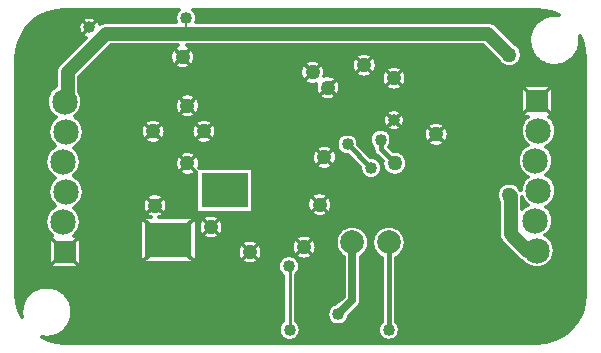
<source format=gbl>
G04 DipTrace 3.3.1.3*
G04 HypermaqI2Csensorboardv0.1.gbl*
%MOMM*%
G04 #@! TF.FileFunction,Copper,L2,Bot*
G04 #@! TF.Part,Single*
%AMOUTLINE0*
4,1,4,
0.9398,0.9398,
0.9398,-0.9398,
-0.9398,-0.9398,
-0.9398,0.9398,
0.9398,0.9398,
0*%
G04 #@! TA.AperFunction,Conductor*
%ADD16C,1.143*%
%ADD17C,0.635*%
%ADD18C,0.2032*%
G04 #@! TA.AperFunction,ViaPad*
%ADD19C,1.016*%
G04 #@! TA.AperFunction,Conductor*
%ADD20C,0.381*%
%ADD22C,0.254*%
G04 #@! TA.AperFunction,CopperBalancing*
%ADD23C,0.3*%
G04 #@! TA.AperFunction,ViaPad*
%ADD27C,1.27*%
G04 #@! TA.AperFunction,CopperBalancing*
%ADD28C,0.33*%
G04 #@! TA.AperFunction,ComponentPad*
%ADD29R,4.0X3.0*%
%ADD42C,2.159*%
%ADD44C,2.0*%
%ADD96OUTLINE0*%
%FSLAX35Y35*%
G04*
G71*
G90*
G75*
G01*
G04 Bottom*
%LPD*%
X4500000Y870000D2*
D16*
X4416000D1*
X4276000Y1010000D1*
Y1330000D1*
X4266000Y1340000D1*
Y2527663D2*
X4086017Y2707647D1*
X1530000D1*
X853647D1*
X526000Y2380000D1*
Y2130000D1*
X500000D1*
X1530000Y2840000D2*
D18*
Y2707647D1*
X2896000Y1770000D2*
D20*
X3096000Y1570000D1*
X2846000Y390000D2*
X2817097Y330000D1*
X2936000Y940000D2*
D17*
Y448903D1*
X2817097Y330000D1*
X2400617Y737283D2*
D22*
X2406000D1*
Y200000D1*
X3296000Y1610000D2*
D20*
X3176000Y1730000D1*
Y1810000D1*
X3246000Y200000D2*
Y873770D1*
D17*
Y940000D1*
D27*
X4266000Y1340000D3*
Y2527663D3*
D19*
X1530000Y2840000D3*
X2896000Y1770000D3*
X3096000Y1570000D3*
X2817097Y330000D3*
D3*
X2400617Y737283D3*
X2406000Y200000D3*
D27*
X3296000Y1610000D3*
D19*
X3176000Y1810000D3*
X3246000Y200000D3*
D27*
X2700000Y1660000D3*
X3646880Y1854687D3*
X3290000Y2330000D3*
X2070000Y860000D3*
X2528447Y899807D3*
X3037527Y2440343D3*
X2730000Y2250000D3*
D19*
X3288340Y1974173D3*
D27*
X2600000Y2380000D3*
D19*
X710000Y2760000D3*
D27*
X1500000Y2510000D3*
X1250000Y1880000D3*
X1266000Y1250750D3*
X2660000Y1260000D3*
X1740000Y1070000D3*
X1680000Y1880000D3*
X1540843Y1608270D3*
Y2096887D3*
X353010Y2880333D2*
D23*
X1443885D1*
X1616115D2*
X4647322D1*
X292307Y2850667D2*
X689197D1*
X730822D2*
X1435213D1*
X1624787D2*
X4568865D1*
X249943Y2821000D2*
X637576D1*
X782385D2*
X1436561D1*
X1623439D2*
X4516131D1*
X217189Y2791333D2*
X620057D1*
X4141447D2*
X4484549D1*
X188010Y2761667D2*
X614607D1*
X4174670D2*
X4462869D1*
X167268Y2732000D2*
X618943D1*
X4204318D2*
X4447869D1*
X147053Y2702333D2*
X634822D1*
X4233967D2*
X4438143D1*
X133225Y2672667D2*
X676014D1*
X4263674D2*
X4432869D1*
X119396Y2643000D2*
X646365D1*
X4293322D2*
X4431756D1*
X4868244D2*
X4879506D1*
X110900Y2613333D2*
X616658D1*
X4329885D2*
X4434803D1*
X4865197D2*
X4888553D1*
X102932Y2583667D2*
X587010D1*
X872326D2*
X1422029D1*
X1577971D2*
X4067361D1*
X4357951D2*
X4442127D1*
X4857873D2*
X4897576D1*
X98068Y2554000D2*
X557361D1*
X842678D2*
X1401580D1*
X1598420D2*
X4097010D1*
X4370725D2*
X4454256D1*
X4845744D2*
X4901268D1*
X95490Y2524333D2*
X527654D1*
X812971D2*
X1392908D1*
X1607092D2*
X2971365D1*
X3103693D2*
X4126658D1*
X4374064D2*
X4472127D1*
X4827873D2*
X4904139D1*
X93029Y2494667D2*
X498006D1*
X783322D2*
X1393025D1*
X1606975D2*
X2944529D1*
X3130471D2*
X4156365D1*
X4368791D2*
X4497850D1*
X4802150D2*
X4907010D1*
X93029Y2465000D2*
X468357D1*
X753674D2*
X1402049D1*
X1597951D2*
X2535193D1*
X2664826D2*
X2932342D1*
X3142717D2*
X4178631D1*
X4353381D2*
X4536814D1*
X4763186D2*
X4907010D1*
X93029Y2435333D2*
X441229D1*
X723967D2*
X1423025D1*
X1576975D2*
X2507654D1*
X2692365D2*
X2929529D1*
X3145529D2*
X4212791D1*
X4319221D2*
X4630096D1*
X4669904D2*
X4907010D1*
X93029Y2405667D2*
X427635D1*
X694318D2*
X1484314D1*
X1515675D2*
X2495057D1*
X2704904D2*
X2935330D1*
X3139729D2*
X3214061D1*
X3365959D2*
X4907010D1*
X93029Y2376000D2*
X424236D1*
X664670D2*
X2491951D1*
X2708010D2*
X2951443D1*
X3123615D2*
X3192498D1*
X3387521D2*
X4907010D1*
X93029Y2346333D2*
X424236D1*
X634963D2*
X2497459D1*
X2775041D2*
X2987537D1*
X3087521D2*
X3183182D1*
X3396838D2*
X4907010D1*
X93029Y2316667D2*
X424236D1*
X627756D2*
X2513104D1*
X2814240D2*
X3182771D1*
X3397248D2*
X4907010D1*
X93029Y2287000D2*
X424236D1*
X627756D2*
X2548025D1*
X2831350D2*
X3191092D1*
X3388928D2*
X4907010D1*
X93029Y2257333D2*
X418553D1*
X627756D2*
X2622146D1*
X2837854D2*
X3211072D1*
X3368947D2*
X4368592D1*
X4631408D2*
X4907010D1*
X93029Y2227667D2*
X383748D1*
X627756D2*
X2624314D1*
X2835686D2*
X3263045D1*
X3316975D2*
X4361443D1*
X4638557D2*
X4907010D1*
X93029Y2198000D2*
X363826D1*
X636193D2*
X1509158D1*
X1572521D2*
X2635682D1*
X2824318D2*
X4361443D1*
X4638557D2*
X4907010D1*
X93029Y2168333D2*
X352459D1*
X647561D2*
X1460760D1*
X1620920D2*
X2660818D1*
X2799182D2*
X4361443D1*
X4638557D2*
X4907010D1*
X93029Y2138667D2*
X347713D1*
X652307D2*
X1441424D1*
X1640256D2*
X4361443D1*
X4638557D2*
X4907010D1*
X93029Y2109000D2*
X348943D1*
X651076D2*
X1433455D1*
X1648225D2*
X4361443D1*
X4638557D2*
X4907010D1*
X93029Y2079333D2*
X356268D1*
X643693D2*
X1434217D1*
X1647463D2*
X4361443D1*
X4638557D2*
X4907010D1*
X93029Y2049667D2*
X370857D1*
X629162D2*
X1443943D1*
X1637736D2*
X3232049D1*
X3344631D2*
X4361443D1*
X4638557D2*
X4907010D1*
X93029Y2020000D2*
X395701D1*
X604318D2*
X1466209D1*
X1615471D2*
X3205096D1*
X3371584D2*
X4370584D1*
X4629416D2*
X4907010D1*
X93029Y1990333D2*
X413279D1*
X612111D2*
X3194373D1*
X3382307D2*
X4402576D1*
X4622854D2*
X4907010D1*
X93029Y1960667D2*
X386443D1*
X638947D2*
X1179627D1*
X1320393D2*
X1609646D1*
X1750354D2*
X3193904D1*
X3382775D2*
X4380135D1*
X4645295D2*
X4907010D1*
X93029Y1931000D2*
X370623D1*
X654768D2*
X1155076D1*
X1344885D2*
X1585096D1*
X1774904D2*
X3203631D1*
X3373049D2*
X3571600D1*
X3722150D2*
X4367068D1*
X4658303D2*
X4907010D1*
X93029Y1901333D2*
X362303D1*
X663088D2*
X1144061D1*
X1355900D2*
X1574080D1*
X1785920D2*
X3158982D1*
X3192990D2*
X3228475D1*
X3348205D2*
X3549686D1*
X3744064D2*
X4360916D1*
X4664455D2*
X4907010D1*
X93029Y1871667D2*
X360193D1*
X665197D2*
X1142244D1*
X1357775D2*
X1572205D1*
X1787795D2*
X3104197D1*
X3247834D2*
X3540135D1*
X3753615D2*
X4360857D1*
X4664572D2*
X4907010D1*
X93029Y1842000D2*
X364061D1*
X661330D2*
X1148982D1*
X1350979D2*
X1579002D1*
X1780998D2*
X2835076D1*
X2956916D2*
X3086326D1*
X3265705D2*
X3539549D1*
X3754201D2*
X4366775D1*
X4658654D2*
X4907010D1*
X93029Y1812333D2*
X374373D1*
X651018D2*
X1166561D1*
X1333400D2*
X1596580D1*
X1763420D2*
X2810877D1*
X2981115D2*
X3080643D1*
X3271389D2*
X3547693D1*
X3746057D2*
X4379549D1*
X4645822D2*
X4907010D1*
X93029Y1782667D2*
X392830D1*
X632561D2*
X1207342D1*
X1292678D2*
X1637361D1*
X1722639D2*
X2801443D1*
X2990549D2*
X3084744D1*
X3267287D2*
X3567322D1*
X3726428D2*
X4401580D1*
X4623791D2*
X4907010D1*
X93029Y1753000D2*
X412166D1*
X600744D2*
X2648045D1*
X2751955D2*
X2802205D1*
X3001799D2*
X3100271D1*
X3251701D2*
X3617303D1*
X3676447D2*
X4396424D1*
X4584064D2*
X4907010D1*
X93029Y1723333D2*
X374314D1*
X600275D2*
X2613123D1*
X2786877D2*
X2813279D1*
X3031447D2*
X3112693D1*
X3271447D2*
X4365896D1*
X4608732D2*
X4907010D1*
X93029Y1693667D2*
X353045D1*
X621545D2*
X1476580D1*
X1605100D2*
X2597420D1*
X2802580D2*
X2840936D1*
X3061096D2*
X3124412D1*
X3362619D2*
X4348084D1*
X4626545D2*
X4907010D1*
X93029Y1664000D2*
X340740D1*
X633850D2*
X1448748D1*
X1632932D2*
X2591971D1*
X2808029D2*
X2913240D1*
X3090744D2*
X3153240D1*
X3389162D2*
X4338240D1*
X4636389D2*
X4907010D1*
X93029Y1634333D2*
X335232D1*
X639357D2*
X1436033D1*
X1645646D2*
X2595076D1*
X2804924D2*
X2942889D1*
X3165334D2*
X3182889D1*
X3401232D2*
X4334783D1*
X4639846D2*
X4907010D1*
X93029Y1604667D2*
X335760D1*
X638830D2*
X1432811D1*
X1648869D2*
X2607674D1*
X2792326D2*
X2972537D1*
X3403986D2*
X4337244D1*
X4637326D2*
X4907010D1*
X93029Y1575000D2*
X342322D1*
X632268D2*
X1438143D1*
X1643537D2*
X2635213D1*
X2764787D2*
X3000721D1*
X3398127D2*
X4346033D1*
X4628537D2*
X4907010D1*
X93029Y1545333D2*
X355916D1*
X618732D2*
X1453670D1*
X2100627D2*
X3003943D1*
X3188068D2*
X3210135D1*
X3381838D2*
X4362439D1*
X4612189D2*
X4907010D1*
X93029Y1515667D2*
X379119D1*
X595471D2*
X1488123D1*
X1593557D2*
X1611422D1*
X2100627D2*
X3018240D1*
X3173713D2*
X3246639D1*
X3345334D2*
X4390330D1*
X4584299D2*
X4907010D1*
X93029Y1486000D2*
X417850D1*
X607600D2*
X1611404D1*
X2100627D2*
X3054510D1*
X3137502D2*
X4406268D1*
X4619162D2*
X4907010D1*
X93029Y1456333D2*
X389021D1*
X636369D2*
X1611404D1*
X2100627D2*
X4382303D1*
X4643068D2*
X4907010D1*
X93029Y1426667D2*
X372146D1*
X653244D2*
X1611404D1*
X2100627D2*
X4203533D1*
X4328479D2*
X4368299D1*
X4657131D2*
X4907010D1*
X93029Y1397000D2*
X363006D1*
X662385D2*
X1611404D1*
X2100627D2*
X4174705D1*
X4664045D2*
X4907010D1*
X93029Y1367333D2*
X360135D1*
X665256D2*
X1611404D1*
X2100627D2*
X4161521D1*
X4664865D2*
X4907010D1*
X93029Y1337667D2*
X363240D1*
X662150D2*
X1203885D1*
X1328068D2*
X1611404D1*
X2100627D2*
X2586170D1*
X2733791D2*
X4157947D1*
X4659709D2*
X4907010D1*
X93029Y1308000D2*
X372732D1*
X652658D2*
X1174881D1*
X1357131D2*
X1611404D1*
X2100627D2*
X2563494D1*
X2756525D2*
X4162869D1*
X4647873D2*
X4907010D1*
X93029Y1278333D2*
X390018D1*
X635373D2*
X1161580D1*
X1370432D2*
X1611404D1*
X2100627D2*
X2553533D1*
X2766486D2*
X4174236D1*
X4377756D2*
X4398182D1*
X4627189D2*
X4907010D1*
X93029Y1248667D2*
X419256D1*
X605842D2*
X1157947D1*
X1374064D2*
X1611404D1*
X2100627D2*
X2552537D1*
X2767482D2*
X4174236D1*
X4377756D2*
X4401697D1*
X4590803D2*
X4907010D1*
X93029Y1219000D2*
X377830D1*
X596818D2*
X1162811D1*
X1369201D2*
X1611404D1*
X2100627D2*
X2560213D1*
X2759748D2*
X4174236D1*
X4605803D2*
X4907010D1*
X93029Y1189333D2*
X355096D1*
X619494D2*
X1177693D1*
X1354260D2*
X1611404D1*
X2100627D2*
X2579197D1*
X2740822D2*
X4174236D1*
X4624846D2*
X4907010D1*
X93029Y1159667D2*
X341912D1*
X632678D2*
X1210564D1*
X1321447D2*
X1682186D1*
X1797814D2*
X2625721D1*
X2694299D2*
X4174236D1*
X4635510D2*
X4907010D1*
X93029Y1130000D2*
X335584D1*
X639006D2*
X1135389D1*
X1624611D2*
X1650721D1*
X1829279D2*
X4174236D1*
X4639729D2*
X4907010D1*
X93029Y1100333D2*
X335350D1*
X639240D2*
X1135389D1*
X1624611D2*
X1636410D1*
X1843635D2*
X4174236D1*
X4637971D2*
X4907010D1*
X93029Y1070667D2*
X341150D1*
X633439D2*
X1135389D1*
X1848088D2*
X2878436D1*
X2993537D2*
X3188455D1*
X3303557D2*
X4174236D1*
X4630002D2*
X4907010D1*
X93029Y1041000D2*
X353748D1*
X620842D2*
X1135389D1*
X1624611D2*
X1635966D1*
X1844045D2*
X2833729D1*
X3038244D2*
X3143748D1*
X3348264D2*
X4174236D1*
X4614709D2*
X4907010D1*
X93029Y1011333D2*
X375545D1*
X599045D2*
X1135389D1*
X1624611D2*
X1649783D1*
X1830217D2*
X2810701D1*
X3061330D2*
X3120662D1*
X3371291D2*
X4174236D1*
X4588635D2*
X4907010D1*
X93029Y981667D2*
X371971D1*
X628049D2*
X1135389D1*
X1624611D2*
X1680076D1*
X1799924D2*
X2459549D1*
X2597385D2*
X2797693D1*
X3074338D2*
X3107654D1*
X3384357D2*
X4178396D1*
X4602463D2*
X4907010D1*
X93029Y952000D2*
X361424D1*
X638596D2*
X1135389D1*
X1624611D2*
X2016170D1*
X2123830D2*
X2434236D1*
X2622697D2*
X2791893D1*
X3080080D2*
X3101945D1*
X3390100D2*
X4193104D1*
X4628068D2*
X4907010D1*
X93029Y922333D2*
X361424D1*
X638596D2*
X1135389D1*
X1624611D2*
X1982361D1*
X2157639D2*
X2422811D1*
X2634123D2*
X2792479D1*
X3079494D2*
X3102498D1*
X3389514D2*
X4220994D1*
X4643068D2*
X4907010D1*
X93029Y892667D2*
X361424D1*
X638596D2*
X1135389D1*
X1624611D2*
X1967127D1*
X2172873D2*
X2420584D1*
X2636291D2*
X2799568D1*
X3072463D2*
X3109529D1*
X3382482D2*
X4250701D1*
X4650803D2*
X4907010D1*
X93029Y863000D2*
X361424D1*
X638596D2*
X1135389D1*
X1624611D2*
X1961971D1*
X2178029D2*
X2427029D1*
X2629904D2*
X2814158D1*
X3057814D2*
X3124178D1*
X3367834D2*
X4280350D1*
X4652385D2*
X4907010D1*
X93029Y833333D2*
X361424D1*
X638596D2*
X1135389D1*
X1624611D2*
X1965311D1*
X2174689D2*
X2444021D1*
X2612854D2*
X2839881D1*
X3032150D2*
X3149900D1*
X3342111D2*
X4309998D1*
X4647990D2*
X4907010D1*
X93029Y803667D2*
X361424D1*
X638596D2*
X1135389D1*
X1624611D2*
X1978260D1*
X2161740D2*
X2333338D1*
X2467893D2*
X2483028D1*
X2573889D2*
X2859627D1*
X3012346D2*
X3182361D1*
X3309650D2*
X4339705D1*
X4637033D2*
X4907010D1*
X93029Y774000D2*
X361424D1*
X638596D2*
X1135389D1*
X1624611D2*
X2006561D1*
X2133439D2*
X2312830D1*
X2488400D2*
X2859627D1*
X3012346D2*
X3182361D1*
X3309650D2*
X4382303D1*
X4617697D2*
X4907010D1*
X93029Y744333D2*
X367518D1*
X632502D2*
X2305506D1*
X2495725D2*
X2859627D1*
X3012346D2*
X3182361D1*
X3309650D2*
X4415936D1*
X4584064D2*
X4907010D1*
X93029Y714667D2*
X2308025D1*
X2493205D2*
X2859627D1*
X3012346D2*
X3182361D1*
X3309650D2*
X4907010D1*
X93029Y685000D2*
X2321443D1*
X2479787D2*
X2859627D1*
X3012346D2*
X3182361D1*
X3309650D2*
X4907010D1*
X93029Y655333D2*
X2348689D1*
X2463322D2*
X2859627D1*
X3012346D2*
X3182361D1*
X3309650D2*
X4907010D1*
X93029Y625667D2*
X2348689D1*
X2463322D2*
X2859627D1*
X3012346D2*
X3182361D1*
X3309650D2*
X4907010D1*
X93029Y596000D2*
X2348689D1*
X2463322D2*
X2859627D1*
X3012346D2*
X3182361D1*
X3309650D2*
X4907010D1*
X93029Y566333D2*
X2348689D1*
X2463322D2*
X2859627D1*
X3012346D2*
X3182361D1*
X3309650D2*
X4907010D1*
X93029Y536667D2*
X239666D1*
X460354D2*
X2348689D1*
X2463322D2*
X2859627D1*
X3012346D2*
X3182361D1*
X3309650D2*
X4907010D1*
X93029Y507000D2*
X199646D1*
X500373D2*
X2348689D1*
X2463322D2*
X2859627D1*
X3012346D2*
X3182361D1*
X3309650D2*
X4907010D1*
X95314Y477333D2*
X173338D1*
X526623D2*
X2348689D1*
X2463322D2*
X2857693D1*
X3012346D2*
X3182361D1*
X3309650D2*
X4904314D1*
X97951Y447667D2*
X155115D1*
X544904D2*
X2348689D1*
X2463322D2*
X2824236D1*
X3012346D2*
X3182361D1*
X3309650D2*
X4901385D1*
X102463Y418000D2*
X142693D1*
X557326D2*
X2348689D1*
X2463322D2*
X2785916D1*
X3005549D2*
X3182361D1*
X3309650D2*
X4898045D1*
X110432Y388333D2*
X135135D1*
X564885D2*
X2348689D1*
X2463322D2*
X2742439D1*
X2982170D2*
X3182361D1*
X3309650D2*
X4889080D1*
X118635Y358667D2*
X131811D1*
X568166D2*
X2348689D1*
X2463322D2*
X2726268D1*
X2952521D2*
X3182361D1*
X3309650D2*
X4880057D1*
X567287Y329000D2*
X2348689D1*
X2463322D2*
X2721697D1*
X2922814D2*
X3182361D1*
X3309650D2*
X4867752D1*
X562307Y299333D2*
X2348689D1*
X2463322D2*
X2726912D1*
X2907287D2*
X3182361D1*
X3309650D2*
X4851932D1*
X552814Y269667D2*
X2342303D1*
X2469709D2*
X2744139D1*
X2890061D2*
X3182303D1*
X3309709D2*
X4835232D1*
X538107Y240000D2*
X2319686D1*
X2492268D2*
X2793182D1*
X2841018D2*
X3159686D1*
X3332268D2*
X4810916D1*
X516896Y210333D2*
X2311189D1*
X2500822D2*
X3151189D1*
X3340822D2*
X4786541D1*
X486018Y180667D2*
X2312654D1*
X2499357D2*
X3152654D1*
X3339357D2*
X4750389D1*
X435275Y151000D2*
X2324666D1*
X2487346D2*
X3164666D1*
X3327346D2*
X4708729D1*
X349436Y121333D2*
X2354549D1*
X2457463D2*
X3194549D1*
X3297463D2*
X4652830D1*
X487893Y91667D2*
X4509510D1*
X1639302Y1571600D2*
X2097600D1*
Y1188400D1*
X1614400D1*
X1614125Y1532932D1*
X1605064Y1525073D1*
X1595168Y1518298D1*
X1584563Y1512695D1*
X1573390Y1508336D1*
X1561793Y1505279D1*
X1549923Y1503563D1*
X1537934Y1503210D1*
X1525984Y1504226D1*
X1514227Y1506596D1*
X1502817Y1510290D1*
X1491902Y1515261D1*
X1481624Y1521442D1*
X1472117Y1528754D1*
X1463506Y1537102D1*
X1455901Y1546376D1*
X1449403Y1556457D1*
X1444095Y1567212D1*
X1440047Y1578502D1*
X1437312Y1590179D1*
X1435925Y1602092D1*
X1435904Y1614086D1*
X1437250Y1626003D1*
X1439945Y1637690D1*
X1443954Y1648994D1*
X1449224Y1659767D1*
X1455688Y1669870D1*
X1463260Y1679171D1*
X1471843Y1687548D1*
X1481324Y1694893D1*
X1491581Y1701110D1*
X1502479Y1706118D1*
X1513876Y1709851D1*
X1525625Y1712262D1*
X1537572Y1713319D1*
X1549561Y1713008D1*
X1561437Y1711333D1*
X1573045Y1708315D1*
X1584233Y1703995D1*
X1594857Y1698429D1*
X1604777Y1691688D1*
X1613864Y1683861D1*
X1622001Y1675049D1*
X1629080Y1665369D1*
X1635011Y1654944D1*
X1639715Y1643912D1*
X1643132Y1632415D1*
X1645217Y1620604D1*
X1645943Y1608270D1*
X1645259Y1596296D1*
X1643215Y1584478D1*
X1639326Y1571597D1*
X1141400Y1151600D2*
X1230785Y1151725D1*
X1219733Y1156382D1*
X1209283Y1162267D1*
X1199571Y1169305D1*
X1190725Y1177404D1*
X1182859Y1186457D1*
X1176075Y1196348D1*
X1170463Y1206947D1*
X1166095Y1218117D1*
X1163027Y1229712D1*
X1161301Y1241580D1*
X1160938Y1253568D1*
X1161943Y1265520D1*
X1164303Y1277279D1*
X1167988Y1288692D1*
X1172949Y1299611D1*
X1179121Y1309895D1*
X1186425Y1319407D1*
X1194765Y1328026D1*
X1204033Y1335639D1*
X1214108Y1342146D1*
X1224858Y1347463D1*
X1236145Y1351520D1*
X1247820Y1354266D1*
X1259732Y1355663D1*
X1271725Y1355694D1*
X1283644Y1354358D1*
X1295333Y1351674D1*
X1306640Y1347675D1*
X1317418Y1342413D1*
X1327526Y1335959D1*
X1336834Y1328394D1*
X1345218Y1319819D1*
X1352571Y1310344D1*
X1358797Y1300093D1*
X1363815Y1289199D1*
X1367558Y1277805D1*
X1369979Y1266058D1*
X1371046Y1254112D1*
X1370715Y1241761D1*
X1369009Y1229889D1*
X1365962Y1218290D1*
X1361613Y1207112D1*
X1356018Y1196503D1*
X1349252Y1186601D1*
X1341402Y1177534D1*
X1332569Y1169420D1*
X1322870Y1162365D1*
X1312430Y1156462D1*
X1300842Y1151600D1*
X1621600D1*
Y768400D1*
X1138400D1*
Y1151600D1*
X1141400D1*
X4364420Y2142079D2*
X4364580Y2237630D1*
X4366330Y2246440D1*
X4369930Y2254670D1*
X4375213Y2261935D1*
X4381932Y2267896D1*
X4389774Y2272277D1*
X4398373Y2274871D1*
X4406020Y2275580D1*
X4596977Y2275472D1*
X4605814Y2273861D1*
X4614099Y2270391D1*
X4621446Y2265224D1*
X4627513Y2258599D1*
X4632016Y2250827D1*
X4634746Y2242269D1*
X4635580Y2233921D1*
X4635420Y2042370D1*
X4633670Y2033560D1*
X4630070Y2025330D1*
X4624787Y2018065D1*
X4618068Y2012104D1*
X4610226Y2007723D1*
X4604542Y2005783D1*
X4609825Y1999719D1*
X4618448Y1991748D1*
X4626419Y1983125D1*
X4633688Y1973903D1*
X4640212Y1964140D1*
X4645950Y1953894D1*
X4650866Y1943230D1*
X4654931Y1932213D1*
X4658118Y1920912D1*
X4660409Y1909395D1*
X4661789Y1897734D1*
X4662250Y1886000D1*
X4661789Y1874266D1*
X4660409Y1862605D1*
X4658118Y1851088D1*
X4654931Y1839787D1*
X4650866Y1828770D1*
X4645950Y1818106D1*
X4640212Y1807860D1*
X4633688Y1798097D1*
X4626419Y1788875D1*
X4618448Y1780252D1*
X4609825Y1772281D1*
X4600603Y1765012D1*
X4590840Y1758488D1*
X4577470Y1751310D1*
X4593048Y1737748D1*
X4601019Y1729125D1*
X4608288Y1719903D1*
X4614812Y1710140D1*
X4620550Y1699894D1*
X4625466Y1689230D1*
X4629531Y1678213D1*
X4632718Y1666912D1*
X4635009Y1655395D1*
X4636389Y1643734D1*
X4636850Y1632000D1*
X4636389Y1620266D1*
X4635009Y1608605D1*
X4632718Y1597088D1*
X4629531Y1585787D1*
X4625466Y1574770D1*
X4620550Y1564106D1*
X4614812Y1553860D1*
X4608288Y1544097D1*
X4601019Y1534875D1*
X4593048Y1526252D1*
X4584425Y1518281D1*
X4577473Y1512801D1*
X4590840Y1505512D1*
X4600603Y1498988D1*
X4609825Y1491719D1*
X4618448Y1483748D1*
X4626419Y1475125D1*
X4633688Y1465903D1*
X4640212Y1456140D1*
X4645950Y1445894D1*
X4650866Y1435230D1*
X4654931Y1424213D1*
X4658118Y1412912D1*
X4660409Y1401395D1*
X4661789Y1389734D1*
X4662250Y1378000D1*
X4661789Y1366266D1*
X4660409Y1354605D1*
X4658118Y1343088D1*
X4654931Y1331787D1*
X4650866Y1320770D1*
X4645950Y1310106D1*
X4640212Y1299860D1*
X4633688Y1290097D1*
X4626419Y1280875D1*
X4618448Y1272252D1*
X4609825Y1264281D1*
X4600603Y1257012D1*
X4590840Y1250488D1*
X4577470Y1243310D1*
X4593048Y1229748D1*
X4601019Y1221125D1*
X4608288Y1211903D1*
X4614812Y1202140D1*
X4620550Y1191894D1*
X4625466Y1181230D1*
X4629531Y1170213D1*
X4632718Y1158912D1*
X4635009Y1147395D1*
X4636389Y1135734D1*
X4636850Y1124000D1*
X4636389Y1112266D1*
X4635009Y1100605D1*
X4632718Y1089088D1*
X4629531Y1077787D1*
X4625466Y1066770D1*
X4620550Y1056106D1*
X4614812Y1045860D1*
X4608288Y1036097D1*
X4601019Y1026875D1*
X4593048Y1018252D1*
X4584425Y1010281D1*
X4572190Y1000998D1*
X4587903Y990988D1*
X4597125Y983719D1*
X4605748Y975748D1*
X4613719Y967125D1*
X4620988Y957903D1*
X4627512Y948140D1*
X4633250Y937894D1*
X4638166Y927230D1*
X4642231Y916213D1*
X4645418Y904912D1*
X4647709Y893395D1*
X4649089Y881734D1*
X4649550Y870000D1*
X4649089Y858266D1*
X4647709Y846605D1*
X4645418Y835088D1*
X4642231Y823787D1*
X4638166Y812770D1*
X4633250Y802106D1*
X4627512Y791860D1*
X4620988Y782097D1*
X4613719Y772875D1*
X4605748Y764252D1*
X4597125Y756281D1*
X4587903Y749012D1*
X4578140Y742488D1*
X4567894Y736750D1*
X4557230Y731834D1*
X4546213Y727769D1*
X4534912Y724582D1*
X4523395Y722291D1*
X4511734Y720911D1*
X4500000Y720450D1*
X4488266Y720911D1*
X4476605Y722291D1*
X4465088Y724582D1*
X4453787Y727769D1*
X4442770Y731834D1*
X4432106Y736750D1*
X4421860Y742488D1*
X4412097Y749012D1*
X4402875Y756281D1*
X4394252Y764252D1*
X4383129Y776874D1*
X4371168Y782013D1*
X4357956Y790109D1*
X4346173Y800173D1*
X4200910Y945867D1*
X4191802Y958403D1*
X4184767Y972210D1*
X4179978Y986947D1*
X4177554Y1002252D1*
X4177250Y1040000D1*
Y1283691D1*
X4172355Y1292286D1*
X4166044Y1307522D1*
X4162194Y1323559D1*
X4160900Y1340000D1*
X4162194Y1356441D1*
X4166044Y1372478D1*
X4172355Y1387714D1*
X4180972Y1401776D1*
X4191683Y1414317D1*
X4204224Y1425028D1*
X4218286Y1433645D1*
X4233522Y1439956D1*
X4249559Y1443806D1*
X4266000Y1445100D1*
X4282441Y1443806D1*
X4298478Y1439956D1*
X4313714Y1433645D1*
X4327776Y1425028D1*
X4340317Y1414317D1*
X4351028Y1401776D1*
X4359645Y1387714D1*
X4363156Y1380069D1*
X4363611Y1389734D1*
X4364991Y1401395D1*
X4367282Y1412912D1*
X4370469Y1424213D1*
X4374534Y1435230D1*
X4379450Y1445894D1*
X4385188Y1456140D1*
X4391712Y1465903D1*
X4398981Y1475125D1*
X4406952Y1483748D1*
X4415575Y1491719D1*
X4422527Y1497199D1*
X4409160Y1504488D1*
X4399397Y1511012D1*
X4390175Y1518281D1*
X4381552Y1526252D1*
X4373581Y1534875D1*
X4366312Y1544097D1*
X4359788Y1553860D1*
X4354050Y1564106D1*
X4349134Y1574770D1*
X4345069Y1585787D1*
X4341882Y1597088D1*
X4339591Y1608605D1*
X4338211Y1620266D1*
X4337750Y1632000D1*
X4338211Y1643734D1*
X4339591Y1655395D1*
X4341882Y1666912D1*
X4345069Y1678213D1*
X4349134Y1689230D1*
X4354050Y1699894D1*
X4359788Y1710140D1*
X4366312Y1719903D1*
X4373581Y1729125D1*
X4381552Y1737748D1*
X4390175Y1745719D1*
X4399397Y1752988D1*
X4409160Y1759512D1*
X4422530Y1766690D1*
X4406952Y1780252D1*
X4398981Y1788875D1*
X4391712Y1798097D1*
X4385188Y1807860D1*
X4379450Y1818106D1*
X4374534Y1828770D1*
X4370469Y1839787D1*
X4367282Y1851088D1*
X4364991Y1862605D1*
X4363611Y1874266D1*
X4363150Y1886000D1*
X4363611Y1897734D1*
X4364991Y1909395D1*
X4367282Y1920912D1*
X4370469Y1932213D1*
X4374534Y1943230D1*
X4379450Y1953894D1*
X4385188Y1964140D1*
X4391712Y1973903D1*
X4398981Y1983125D1*
X4406952Y1991748D1*
X4421519Y2004404D1*
X4402370Y2004580D1*
X4393560Y2006330D1*
X4385330Y2009930D1*
X4378065Y2015213D1*
X4372104Y2021932D1*
X4367723Y2029774D1*
X4365129Y2038373D1*
X4364420Y2046020D1*
Y2141891D1*
X4422527Y1258801D2*
X4415575Y1264281D1*
X4406952Y1272252D1*
X4398981Y1280875D1*
X4391712Y1290097D1*
X4385188Y1299860D1*
X4379450Y1310106D1*
X4374745Y1320311D1*
X4374750Y1222480D1*
X4381552Y1229748D1*
X4390175Y1237719D1*
X4399397Y1244988D1*
X4409160Y1251512D1*
X4422530Y1258690D1*
X635580Y953921D2*
X635420Y762370D1*
X633670Y753560D1*
X630071Y745330D1*
X624788Y738065D1*
X618069Y732104D1*
X610227Y727724D1*
X601628Y725129D1*
X593980Y724420D1*
X402370Y724580D1*
X393560Y726330D1*
X385330Y729929D1*
X378065Y735212D1*
X372104Y741931D1*
X367724Y749773D1*
X365129Y758372D1*
X364420Y766020D1*
X364580Y957630D1*
X366329Y966440D1*
X369929Y974670D1*
X375212Y981935D1*
X381931Y987896D1*
X389773Y992276D1*
X395457Y994217D1*
X390175Y1000281D1*
X381552Y1008252D1*
X373581Y1016875D1*
X366312Y1026097D1*
X359788Y1035860D1*
X354050Y1046106D1*
X349134Y1056770D1*
X345069Y1067787D1*
X341882Y1079088D1*
X339591Y1090605D1*
X338211Y1102266D1*
X337750Y1114000D1*
X338211Y1125734D1*
X339591Y1137395D1*
X341882Y1148912D1*
X345069Y1160213D1*
X349134Y1171230D1*
X354050Y1181894D1*
X359788Y1192140D1*
X366312Y1201903D1*
X373581Y1211125D1*
X381552Y1219748D1*
X390175Y1227719D1*
X399397Y1234988D1*
X409160Y1241512D1*
X422530Y1248690D1*
X406952Y1262252D1*
X398981Y1270875D1*
X391712Y1280097D1*
X385188Y1289860D1*
X379450Y1300106D1*
X374534Y1310770D1*
X370469Y1321787D1*
X367282Y1333088D1*
X364991Y1344605D1*
X363611Y1356266D1*
X363150Y1368000D1*
X363611Y1379734D1*
X364991Y1391395D1*
X367282Y1402912D1*
X370469Y1414213D1*
X374534Y1425230D1*
X379450Y1435894D1*
X385188Y1446140D1*
X391712Y1455903D1*
X398981Y1465125D1*
X406952Y1473748D1*
X415575Y1481719D1*
X422527Y1487199D1*
X409160Y1494488D1*
X399397Y1501012D1*
X390175Y1508281D1*
X381552Y1516252D1*
X373581Y1524875D1*
X366312Y1534097D1*
X359788Y1543860D1*
X354050Y1554106D1*
X349134Y1564770D1*
X345069Y1575787D1*
X341882Y1587088D1*
X339591Y1598605D1*
X338211Y1610266D1*
X337750Y1622000D1*
X338211Y1633734D1*
X339591Y1645395D1*
X341882Y1656912D1*
X345069Y1668213D1*
X349134Y1679230D1*
X354050Y1689894D1*
X359788Y1700140D1*
X366312Y1709903D1*
X373581Y1719125D1*
X381552Y1727748D1*
X390175Y1735719D1*
X399397Y1742988D1*
X409160Y1749512D1*
X422530Y1756690D1*
X406952Y1770252D1*
X398981Y1778875D1*
X391712Y1788097D1*
X385188Y1797860D1*
X379450Y1808106D1*
X374534Y1818770D1*
X370469Y1829787D1*
X367282Y1841088D1*
X364991Y1852605D1*
X363611Y1864266D1*
X363150Y1876000D1*
X363611Y1887734D1*
X364991Y1899395D1*
X367282Y1910912D1*
X370469Y1922213D1*
X374534Y1933230D1*
X379450Y1943894D1*
X385188Y1954140D1*
X391712Y1963903D1*
X398981Y1973125D1*
X406952Y1981748D1*
X415575Y1989719D1*
X427810Y1999002D1*
X412097Y2009012D1*
X402875Y2016281D1*
X394252Y2024252D1*
X386281Y2032875D1*
X379012Y2042097D1*
X372488Y2051860D1*
X366750Y2062106D1*
X361834Y2072770D1*
X357769Y2083787D1*
X354582Y2095088D1*
X352291Y2106605D1*
X350911Y2118266D1*
X350450Y2130000D1*
X350911Y2141734D1*
X352291Y2153395D1*
X354582Y2164912D1*
X357769Y2176213D1*
X361834Y2187230D1*
X366750Y2197894D1*
X372488Y2208140D1*
X379012Y2217903D1*
X386281Y2227125D1*
X394252Y2235748D1*
X402875Y2243719D1*
X412097Y2250988D1*
X427263Y2260538D1*
X427554Y2387748D1*
X429978Y2403053D1*
X434767Y2417790D1*
X441802Y2431597D1*
X450910Y2444133D1*
X477386Y2471040D1*
X679202Y2672856D1*
X667770Y2677815D1*
X657482Y2683976D1*
X648079Y2691418D1*
X639719Y2700014D1*
X632542Y2709621D1*
X626670Y2720077D1*
X622201Y2731205D1*
X619212Y2742817D1*
X617751Y2754720D1*
X617844Y2766711D1*
X619489Y2778589D1*
X622659Y2790154D1*
X627299Y2801211D1*
X633333Y2811575D1*
X640658Y2821069D1*
X649151Y2829535D1*
X658668Y2836830D1*
X669050Y2842830D1*
X680122Y2847436D1*
X691697Y2850569D1*
X703580Y2852177D1*
X715572Y2852232D1*
X727469Y2850734D1*
X739073Y2847707D1*
X750187Y2843203D1*
X760623Y2837298D1*
X770208Y2830091D1*
X778778Y2821704D1*
X786190Y2812277D1*
X792318Y2801970D1*
X797060Y2790956D1*
X797708Y2789035D1*
X808815Y2795634D1*
X823131Y2801564D1*
X838199Y2805181D1*
X853677Y2806396D1*
X1443979Y2806397D1*
X1440153Y2818430D1*
X1437885Y2832750D1*
Y2847250D1*
X1440153Y2861570D1*
X1444634Y2875360D1*
X1451216Y2888279D1*
X1459738Y2900009D1*
X1469720Y2910011D1*
X503928Y2910000D1*
X428865Y2903431D1*
X359840Y2884937D1*
X295125Y2854751D1*
X236636Y2813786D1*
X186148Y2763285D1*
X145197Y2704786D1*
X115028Y2640063D1*
X96555Y2571086D1*
X90004Y2496076D1*
X90000Y503956D1*
X96569Y428865D1*
X115063Y359840D1*
X138491Y309623D1*
X135298Y333526D1*
X134672Y348510D1*
X135090Y363502D1*
X136551Y378427D1*
X139048Y393215D1*
X142567Y407793D1*
X147093Y422091D1*
X152603Y436039D1*
X159070Y449570D1*
X166463Y462618D1*
X174747Y475119D1*
X183881Y487014D1*
X193820Y498244D1*
X204517Y508755D1*
X215920Y518496D1*
X227973Y527420D1*
X240618Y535483D1*
X253793Y542647D1*
X267435Y548876D1*
X281478Y554140D1*
X295853Y558414D1*
X310491Y561678D1*
X325320Y563914D1*
X340269Y565113D1*
X355265Y565269D1*
X370236Y564380D1*
X385108Y562452D1*
X399810Y559493D1*
X414271Y555518D1*
X428420Y550546D1*
X442188Y544602D1*
X455509Y537713D1*
X468319Y529914D1*
X480555Y521242D1*
X492157Y511740D1*
X503070Y501453D1*
X513240Y490432D1*
X522619Y478729D1*
X531160Y466402D1*
X538823Y453510D1*
X545569Y440117D1*
X551368Y426286D1*
X556189Y412085D1*
X560010Y397583D1*
X562813Y382850D1*
X564583Y367958D1*
X565333Y350000D1*
X564811Y335012D1*
X563247Y320097D1*
X560648Y305327D1*
X557028Y290773D1*
X552404Y276507D1*
X546797Y262598D1*
X540237Y249112D1*
X532753Y236115D1*
X524383Y223671D1*
X515167Y211840D1*
X505151Y200679D1*
X494381Y190242D1*
X482911Y180580D1*
X470797Y171740D1*
X458096Y163765D1*
X444872Y156692D1*
X431187Y150558D1*
X417108Y145391D1*
X402704Y141216D1*
X388044Y138054D1*
X373200Y135920D1*
X358243Y134824D1*
X343246Y134773D1*
X328282Y135765D1*
X309237Y138669D1*
X359940Y115024D1*
X428915Y96552D1*
X503922Y90001D1*
X4495568Y90000D1*
X4579933Y98309D1*
X4656760Y121620D1*
X4727568Y159473D1*
X4789627Y210413D1*
X4840559Y272480D1*
X4878401Y343290D1*
X4901705Y420124D1*
X4910007Y504457D1*
X4910000Y2495576D1*
X4901690Y2579933D1*
X4878379Y2656759D1*
X4862097Y2687209D1*
X4864583Y2667958D1*
X4865333Y2650000D1*
X4864811Y2635012D1*
X4863247Y2620097D1*
X4860648Y2605327D1*
X4857028Y2590773D1*
X4852404Y2576507D1*
X4846797Y2562598D1*
X4840237Y2549112D1*
X4832753Y2536115D1*
X4824383Y2523671D1*
X4815167Y2511840D1*
X4805151Y2500679D1*
X4794381Y2490242D1*
X4782911Y2480580D1*
X4770797Y2471740D1*
X4758096Y2463765D1*
X4744872Y2456692D1*
X4731187Y2450558D1*
X4717108Y2445391D1*
X4702704Y2441216D1*
X4688044Y2438054D1*
X4673200Y2435920D1*
X4658243Y2434824D1*
X4643246Y2434773D1*
X4628282Y2435765D1*
X4613423Y2437796D1*
X4598742Y2440856D1*
X4584309Y2444931D1*
X4570195Y2450001D1*
X4556468Y2456041D1*
X4543195Y2463021D1*
X4530439Y2470909D1*
X4518264Y2479665D1*
X4506728Y2489247D1*
X4495886Y2499609D1*
X4485792Y2510701D1*
X4476495Y2522468D1*
X4468039Y2534854D1*
X4460466Y2547798D1*
X4453812Y2561238D1*
X4448110Y2575109D1*
X4443387Y2589343D1*
X4439666Y2603871D1*
X4436965Y2618622D1*
X4435298Y2633526D1*
X4434672Y2648510D1*
X4435090Y2663502D1*
X4436551Y2678427D1*
X4439048Y2693215D1*
X4442567Y2707793D1*
X4447093Y2722091D1*
X4452603Y2736039D1*
X4459070Y2749570D1*
X4466463Y2762618D1*
X4474747Y2775119D1*
X4483881Y2787014D1*
X4493820Y2798244D1*
X4504517Y2808755D1*
X4515920Y2818496D1*
X4527973Y2827420D1*
X4540618Y2835483D1*
X4553793Y2842647D1*
X4567435Y2848876D1*
X4581478Y2854140D1*
X4595853Y2858414D1*
X4610491Y2861678D1*
X4625320Y2863914D1*
X4640269Y2865113D1*
X4655265Y2865269D1*
X4670236Y2864380D1*
X4687463Y2861978D1*
X4656710Y2878398D1*
X4579879Y2901699D1*
X4495546Y2910000D1*
X1590363Y2909999D1*
X1600262Y2900009D1*
X1608784Y2888279D1*
X1615366Y2875360D1*
X1619847Y2861570D1*
X1622115Y2847250D1*
Y2832750D1*
X1619847Y2818430D1*
X1616024Y2806422D1*
X4086017Y2806397D1*
X4101465Y2805181D1*
X4116532Y2801564D1*
X4130848Y2795634D1*
X4144061Y2787537D1*
X4155864Y2777451D1*
X4310427Y2622891D1*
X4320915Y2617276D1*
X4334257Y2607582D1*
X4345919Y2595920D1*
X4355612Y2582578D1*
X4363100Y2567883D1*
X4368196Y2552198D1*
X4370776Y2535909D1*
Y2519417D1*
X4368196Y2503128D1*
X4363100Y2487443D1*
X4355612Y2472749D1*
X4345919Y2459406D1*
X4334257Y2447745D1*
X4320915Y2438051D1*
X4306220Y2430564D1*
X4290535Y2425467D1*
X4274246Y2422887D1*
X4257754D1*
X4241465Y2425467D1*
X4225780Y2430564D1*
X4211085Y2438051D1*
X4197743Y2447745D1*
X4186081Y2459406D1*
X4176388Y2472749D1*
X4170884Y2483140D1*
X4045153Y2608856D1*
X1535570Y2608896D1*
X1546104Y2604448D1*
X1556564Y2598580D1*
X1566288Y2591559D1*
X1575148Y2583476D1*
X1583030Y2574436D1*
X1589831Y2564557D1*
X1595461Y2553967D1*
X1599849Y2542805D1*
X1602936Y2531216D1*
X1604683Y2519350D1*
X1605057Y2507000D1*
X1604031Y2495051D1*
X1601651Y2483296D1*
X1597947Y2471889D1*
X1592967Y2460978D1*
X1586777Y2450706D1*
X1579456Y2441205D1*
X1571101Y2432601D1*
X1561820Y2425004D1*
X1551734Y2418515D1*
X1540975Y2413216D1*
X1529681Y2409178D1*
X1518001Y2406453D1*
X1506087Y2405076D1*
X1494094Y2405066D1*
X1482177Y2406422D1*
X1470493Y2409127D1*
X1459193Y2413146D1*
X1448424Y2418425D1*
X1438327Y2424898D1*
X1429032Y2432478D1*
X1420663Y2441068D1*
X1413326Y2450556D1*
X1407118Y2460818D1*
X1402119Y2471720D1*
X1398395Y2483121D1*
X1395995Y2494871D1*
X1394948Y2506819D1*
X1395270Y2518808D1*
X1396955Y2530683D1*
X1399982Y2542288D1*
X1404312Y2553473D1*
X1409888Y2564091D1*
X1416637Y2574005D1*
X1424472Y2583086D1*
X1433291Y2591215D1*
X1442978Y2598286D1*
X1453407Y2604208D1*
X1464433Y2608899D1*
X894551Y2608896D1*
X624790Y2339136D1*
X624750Y2212480D1*
X633250Y2197894D1*
X638166Y2187230D1*
X642231Y2176213D1*
X645418Y2164912D1*
X647709Y2153395D1*
X649089Y2141734D1*
X649550Y2130000D1*
X649089Y2118266D1*
X647709Y2106605D1*
X645418Y2095088D1*
X642231Y2083787D1*
X638166Y2072770D1*
X633250Y2062106D1*
X627512Y2051860D1*
X620988Y2042097D1*
X613719Y2032875D1*
X605748Y2024252D1*
X597125Y2016281D1*
X584890Y2006998D1*
X600603Y1996988D1*
X609825Y1989719D1*
X618448Y1981748D1*
X626419Y1973125D1*
X633688Y1963903D1*
X640212Y1954140D1*
X645950Y1943894D1*
X650866Y1933230D1*
X654931Y1922213D1*
X658118Y1910912D1*
X660409Y1899395D1*
X661789Y1887734D1*
X662250Y1876000D1*
X661789Y1864266D1*
X660409Y1852605D1*
X658118Y1841088D1*
X654931Y1829787D1*
X650866Y1818770D1*
X645950Y1808106D1*
X640212Y1797860D1*
X633688Y1788097D1*
X626419Y1778875D1*
X618448Y1770252D1*
X609825Y1762281D1*
X600603Y1755012D1*
X590840Y1748488D1*
X577470Y1741310D1*
X593048Y1727748D1*
X601019Y1719125D1*
X608288Y1709903D1*
X614812Y1700140D1*
X620550Y1689894D1*
X625466Y1679230D1*
X629531Y1668213D1*
X632718Y1656912D1*
X635009Y1645395D1*
X636389Y1633734D1*
X636850Y1622000D1*
X636389Y1610266D1*
X635009Y1598605D1*
X632718Y1587088D1*
X629531Y1575787D1*
X625466Y1564770D1*
X620550Y1554106D1*
X614812Y1543860D1*
X608288Y1534097D1*
X601019Y1524875D1*
X593048Y1516252D1*
X584425Y1508281D1*
X577473Y1502801D1*
X590840Y1495512D1*
X600603Y1488988D1*
X609825Y1481719D1*
X618448Y1473748D1*
X626419Y1465125D1*
X633688Y1455903D1*
X640212Y1446140D1*
X645950Y1435894D1*
X650866Y1425230D1*
X654931Y1414213D1*
X658118Y1402912D1*
X660409Y1391395D1*
X661789Y1379734D1*
X662250Y1368000D1*
X661789Y1356266D1*
X660409Y1344605D1*
X658118Y1333088D1*
X654931Y1321787D1*
X650866Y1310770D1*
X645950Y1300106D1*
X640212Y1289860D1*
X633688Y1280097D1*
X626419Y1270875D1*
X618448Y1262252D1*
X609825Y1254281D1*
X600603Y1247012D1*
X590840Y1240488D1*
X577470Y1233310D1*
X593048Y1219748D1*
X601019Y1211125D1*
X608288Y1201903D1*
X614812Y1192140D1*
X620550Y1181894D1*
X625466Y1171230D1*
X629531Y1160213D1*
X632718Y1148912D1*
X635009Y1137395D1*
X636389Y1125734D1*
X636850Y1114000D1*
X636389Y1102266D1*
X635009Y1090605D1*
X632718Y1079088D1*
X629531Y1067787D1*
X625466Y1056770D1*
X620550Y1046106D1*
X614812Y1035860D1*
X608288Y1026097D1*
X601019Y1016875D1*
X593048Y1008252D1*
X578481Y995596D1*
X596977Y995472D1*
X605814Y993862D1*
X614099Y990392D1*
X621447Y985224D1*
X627513Y978600D1*
X632016Y970827D1*
X634746Y962270D1*
X635514Y956313D1*
X3077163Y928890D2*
X3075857Y917849D1*
X3073688Y906944D1*
X3070670Y896243D1*
X3066821Y885812D1*
X3062167Y875715D1*
X3056734Y866014D1*
X3050557Y856770D1*
X3043673Y848038D1*
X3036126Y839874D1*
X3027962Y832327D1*
X3019230Y825443D1*
X3009342Y818905D1*
X3009124Y443148D1*
X3007324Y431780D1*
X3003767Y420833D1*
X2998541Y410578D1*
X2991776Y401266D1*
X2956047Y365217D1*
X2908690Y317860D1*
X2906944Y308430D1*
X2902463Y294640D1*
X2895881Y281721D1*
X2887358Y269991D1*
X2877106Y259738D1*
X2865376Y251216D1*
X2852457Y244634D1*
X2838667Y240153D1*
X2824346Y237885D1*
X2809847D1*
X2795526Y240153D1*
X2781737Y244634D1*
X2768818Y251216D1*
X2757088Y259738D1*
X2746835Y269991D1*
X2738313Y281721D1*
X2731730Y294640D1*
X2727250Y308430D1*
X2724982Y322750D1*
Y337250D1*
X2727250Y351570D1*
X2731730Y365360D1*
X2738313Y378279D1*
X2746835Y390009D1*
X2757088Y400262D1*
X2768818Y408784D1*
X2781737Y415366D1*
X2792771Y419070D1*
X2799013Y428350D1*
X2805591Y435228D1*
X2813164Y440993D1*
X2821545Y445502D1*
X2830529Y448644D1*
X2832436Y449068D1*
X2862637Y479273D1*
X2862650Y818923D1*
X2852770Y825443D1*
X2844038Y832327D1*
X2835874Y839874D1*
X2828327Y848038D1*
X2821443Y856770D1*
X2815266Y866014D1*
X2809833Y875715D1*
X2805179Y885812D1*
X2801330Y896243D1*
X2798312Y906944D1*
X2796143Y917849D1*
X2794837Y928890D1*
X2794400Y940000D1*
X2794837Y951110D1*
X2796143Y962151D1*
X2798312Y973056D1*
X2801330Y983757D1*
X2805179Y994188D1*
X2809833Y1004285D1*
X2815266Y1013986D1*
X2821443Y1023230D1*
X2828327Y1031962D1*
X2835874Y1040126D1*
X2844038Y1047673D1*
X2852770Y1054557D1*
X2862014Y1060734D1*
X2871715Y1066167D1*
X2881812Y1070821D1*
X2892243Y1074670D1*
X2902944Y1077688D1*
X2913849Y1079857D1*
X2924890Y1081163D1*
X2936000Y1081600D1*
X2947110Y1081163D1*
X2958151Y1079857D1*
X2969056Y1077688D1*
X2979757Y1074670D1*
X2990188Y1070821D1*
X3000285Y1066167D1*
X3009986Y1060734D1*
X3019230Y1054557D1*
X3027962Y1047673D1*
X3036126Y1040126D1*
X3043673Y1031962D1*
X3050557Y1023230D1*
X3056734Y1013986D1*
X3062167Y1004285D1*
X3066821Y994188D1*
X3070670Y983757D1*
X3073688Y973056D1*
X3075857Y962151D1*
X3077163Y951110D1*
X3077600Y940000D1*
X3077163Y928890D1*
X3387163D2*
X3385857Y917849D1*
X3383688Y906944D1*
X3380670Y896243D1*
X3376821Y885812D1*
X3372167Y875715D1*
X3366734Y866014D1*
X3360557Y856770D1*
X3353673Y848038D1*
X3346126Y839874D1*
X3337962Y832327D1*
X3329230Y825443D1*
X3319986Y819266D1*
X3306617Y812142D1*
X3306650Y269727D1*
X3316262Y260009D1*
X3324784Y248279D1*
X3331366Y235360D1*
X3335847Y221570D1*
X3338115Y207250D1*
Y192750D1*
X3335847Y178430D1*
X3331366Y164640D1*
X3324784Y151721D1*
X3316262Y139991D1*
X3306009Y129738D1*
X3294279Y121216D1*
X3281360Y114634D1*
X3267570Y110153D1*
X3253250Y107885D1*
X3238750D1*
X3224430Y110153D1*
X3210640Y114634D1*
X3197721Y121216D1*
X3185991Y129738D1*
X3175738Y139991D1*
X3167216Y151721D1*
X3160634Y164640D1*
X3156153Y178430D1*
X3153885Y192750D1*
Y207250D1*
X3156153Y221570D1*
X3160634Y235360D1*
X3167216Y248279D1*
X3175738Y260009D1*
X3185346Y269665D1*
X3185350Y812012D1*
X3172014Y819266D1*
X3162770Y825443D1*
X3154038Y832327D1*
X3145874Y839874D1*
X3138327Y848038D1*
X3131443Y856770D1*
X3125266Y866014D1*
X3119833Y875715D1*
X3115179Y885812D1*
X3111330Y896243D1*
X3108312Y906944D1*
X3106143Y917849D1*
X3104837Y928890D1*
X3104400Y940000D1*
X3104837Y951110D1*
X3106143Y962151D1*
X3108312Y973056D1*
X3111330Y983757D1*
X3115179Y994188D1*
X3119833Y1004285D1*
X3125266Y1013986D1*
X3131443Y1023230D1*
X3138327Y1031962D1*
X3145874Y1040126D1*
X3154038Y1047673D1*
X3162770Y1054557D1*
X3172014Y1060734D1*
X3181715Y1066167D1*
X3191812Y1070821D1*
X3202243Y1074670D1*
X3212944Y1077688D1*
X3223849Y1079857D1*
X3234890Y1081163D1*
X3246000Y1081600D1*
X3257110Y1081163D1*
X3268151Y1079857D1*
X3279056Y1077688D1*
X3289757Y1074670D1*
X3300188Y1070821D1*
X3310285Y1066167D1*
X3319986Y1060734D1*
X3329230Y1054557D1*
X3337962Y1047673D1*
X3346126Y1040126D1*
X3353673Y1031962D1*
X3360557Y1023230D1*
X3366734Y1013986D1*
X3372167Y1004285D1*
X3376821Y994188D1*
X3380670Y983757D1*
X3383688Y973056D1*
X3385857Y962151D1*
X3387163Y951110D1*
X3387600Y940000D1*
X3387163Y928890D1*
X2805057Y1657000D2*
X2804031Y1645051D1*
X2801651Y1633296D1*
X2797947Y1621889D1*
X2792967Y1610978D1*
X2786777Y1600706D1*
X2779456Y1591205D1*
X2771101Y1582601D1*
X2761820Y1575004D1*
X2751734Y1568515D1*
X2740975Y1563216D1*
X2729681Y1559178D1*
X2718001Y1556453D1*
X2706087Y1555076D1*
X2694094Y1555066D1*
X2682177Y1556422D1*
X2670493Y1559127D1*
X2659193Y1563146D1*
X2648424Y1568425D1*
X2638327Y1574898D1*
X2629032Y1582478D1*
X2620663Y1591068D1*
X2613326Y1600556D1*
X2607118Y1610818D1*
X2602119Y1621720D1*
X2598395Y1633121D1*
X2595995Y1644871D1*
X2594948Y1656819D1*
X2595270Y1668808D1*
X2596955Y1680683D1*
X2599982Y1692288D1*
X2604312Y1703473D1*
X2609888Y1714091D1*
X2616637Y1724005D1*
X2624472Y1733086D1*
X2633291Y1741215D1*
X2642978Y1748286D1*
X2653407Y1754208D1*
X2664444Y1758903D1*
X2675943Y1762310D1*
X2687756Y1764384D1*
X2699728Y1765100D1*
X2711704Y1764446D1*
X2723527Y1762433D1*
X2735044Y1759086D1*
X2746104Y1754448D1*
X2756564Y1748580D1*
X2766288Y1741559D1*
X2775148Y1733476D1*
X2783030Y1724436D1*
X2789831Y1714557D1*
X2795461Y1703967D1*
X2799849Y1692805D1*
X2802936Y1681216D1*
X2804683Y1669350D1*
X2805057Y1657000D1*
X3751937Y1851687D2*
X3750911Y1839738D1*
X3748531Y1827983D1*
X3744827Y1816576D1*
X3739847Y1805665D1*
X3733657Y1795392D1*
X3726336Y1785892D1*
X3717981Y1777288D1*
X3708700Y1769691D1*
X3698614Y1763201D1*
X3687855Y1757903D1*
X3676561Y1753865D1*
X3664881Y1751140D1*
X3652967Y1749763D1*
X3640974Y1749753D1*
X3629057Y1751109D1*
X3617373Y1753814D1*
X3606073Y1757832D1*
X3595304Y1763112D1*
X3585207Y1769584D1*
X3575912Y1777165D1*
X3567543Y1785755D1*
X3560206Y1795243D1*
X3553998Y1805504D1*
X3548999Y1816407D1*
X3545275Y1827807D1*
X3542875Y1839558D1*
X3541828Y1851506D1*
X3542150Y1863495D1*
X3543835Y1875369D1*
X3546862Y1886975D1*
X3551192Y1898159D1*
X3556768Y1908778D1*
X3563517Y1918692D1*
X3571352Y1927773D1*
X3580171Y1935902D1*
X3589858Y1942973D1*
X3600287Y1948895D1*
X3611324Y1953589D1*
X3622823Y1956996D1*
X3634636Y1959071D1*
X3646608Y1959786D1*
X3658584Y1959133D1*
X3670407Y1957120D1*
X3681924Y1953772D1*
X3692984Y1949135D1*
X3703444Y1943267D1*
X3713168Y1936246D1*
X3722028Y1928163D1*
X3729910Y1919123D1*
X3736711Y1909244D1*
X3742341Y1898654D1*
X3746729Y1887492D1*
X3749816Y1875903D1*
X3751563Y1864037D1*
X3751937Y1851687D1*
X3395057Y2327000D2*
X3394031Y2315051D1*
X3391651Y2303296D1*
X3387947Y2291889D1*
X3382967Y2280978D1*
X3376777Y2270706D1*
X3369456Y2261205D1*
X3361101Y2252601D1*
X3351820Y2245004D1*
X3341734Y2238515D1*
X3330975Y2233216D1*
X3319681Y2229178D1*
X3308001Y2226453D1*
X3296087Y2225076D1*
X3284094Y2225066D1*
X3272177Y2226422D1*
X3260493Y2229127D1*
X3249193Y2233146D1*
X3238424Y2238425D1*
X3228327Y2244898D1*
X3219032Y2252478D1*
X3210663Y2261068D1*
X3203326Y2270556D1*
X3197118Y2280818D1*
X3192119Y2291720D1*
X3188395Y2303121D1*
X3185995Y2314871D1*
X3184948Y2326819D1*
X3185270Y2338808D1*
X3186955Y2350683D1*
X3189982Y2362288D1*
X3194312Y2373473D1*
X3199888Y2384091D1*
X3206637Y2394005D1*
X3214472Y2403086D1*
X3223291Y2411215D1*
X3232978Y2418286D1*
X3243407Y2424208D1*
X3254444Y2428903D1*
X3265943Y2432310D1*
X3277756Y2434384D1*
X3289728Y2435100D1*
X3301704Y2434446D1*
X3313527Y2432433D1*
X3325044Y2429086D1*
X3336104Y2424448D1*
X3346564Y2418580D1*
X3356288Y2411559D1*
X3365148Y2403476D1*
X3373030Y2394436D1*
X3379831Y2384557D1*
X3385461Y2373967D1*
X3389849Y2362805D1*
X3392936Y2351216D1*
X3394683Y2339350D1*
X3395057Y2327000D1*
X2175057Y857000D2*
X2174031Y845051D1*
X2171651Y833296D1*
X2167947Y821889D1*
X2162967Y810978D1*
X2156777Y800706D1*
X2149456Y791205D1*
X2141101Y782601D1*
X2131820Y775004D1*
X2121734Y768515D1*
X2110975Y763216D1*
X2099681Y759178D1*
X2088001Y756453D1*
X2076087Y755076D1*
X2064094Y755066D1*
X2052177Y756422D1*
X2040493Y759127D1*
X2029193Y763146D1*
X2018424Y768425D1*
X2008327Y774898D1*
X1999032Y782478D1*
X1990663Y791068D1*
X1983326Y800556D1*
X1977118Y810818D1*
X1972119Y821720D1*
X1968395Y833121D1*
X1965995Y844871D1*
X1964948Y856819D1*
X1965270Y868808D1*
X1966955Y880683D1*
X1969982Y892288D1*
X1974312Y903473D1*
X1979888Y914091D1*
X1986637Y924005D1*
X1994472Y933086D1*
X2003291Y941215D1*
X2012978Y948286D1*
X2023407Y954208D1*
X2034444Y958903D1*
X2045943Y962310D1*
X2057756Y964384D1*
X2069728Y965100D1*
X2081704Y964446D1*
X2093527Y962433D1*
X2105044Y959086D1*
X2116104Y954448D1*
X2126564Y948580D1*
X2136288Y941559D1*
X2145148Y933476D1*
X2153030Y924436D1*
X2159831Y914557D1*
X2165461Y903967D1*
X2169849Y892805D1*
X2172936Y881216D1*
X2174683Y869350D1*
X2175057Y857000D1*
X2633504Y896807D2*
X2632478Y884858D1*
X2630098Y873103D1*
X2626393Y861696D1*
X2621414Y850785D1*
X2615223Y840512D1*
X2607903Y831012D1*
X2599548Y822408D1*
X2590267Y814811D1*
X2580181Y808321D1*
X2569421Y803023D1*
X2558128Y798985D1*
X2546448Y796260D1*
X2534534Y794883D1*
X2522540Y794873D1*
X2510624Y796229D1*
X2498939Y798934D1*
X2487639Y802952D1*
X2476870Y808232D1*
X2466773Y814704D1*
X2457479Y822285D1*
X2449109Y830875D1*
X2441772Y840363D1*
X2435564Y850624D1*
X2430566Y861527D1*
X2426842Y872927D1*
X2424441Y884678D1*
X2423395Y896626D1*
X2423716Y908615D1*
X2425402Y920489D1*
X2428429Y932095D1*
X2432759Y943279D1*
X2438335Y953898D1*
X2445084Y963812D1*
X2452919Y972893D1*
X2461737Y981022D1*
X2471424Y988093D1*
X2481854Y994015D1*
X2492890Y998709D1*
X2504390Y1002116D1*
X2516202Y1004191D1*
X2528175Y1004906D1*
X2540150Y1004253D1*
X2551974Y1002240D1*
X2563490Y998892D1*
X2574551Y994255D1*
X2585011Y988387D1*
X2594735Y981366D1*
X2603595Y973283D1*
X2611477Y964243D1*
X2618277Y954364D1*
X2623908Y943774D1*
X2628296Y932612D1*
X2631383Y921023D1*
X2633130Y909157D1*
X2633504Y896807D1*
X3142584Y2437344D2*
X3141558Y2425394D1*
X3139178Y2413639D1*
X3135473Y2402232D1*
X3130494Y2391321D1*
X3124303Y2381049D1*
X3116983Y2371549D1*
X3108628Y2362944D1*
X3099347Y2355348D1*
X3089261Y2348858D1*
X3078501Y2343560D1*
X3067208Y2339522D1*
X3055528Y2336796D1*
X3043614Y2335420D1*
X3031620Y2335409D1*
X3019704Y2336766D1*
X3008019Y2339470D1*
X2996719Y2343489D1*
X2985950Y2348769D1*
X2975853Y2355241D1*
X2966559Y2362822D1*
X2958189Y2371412D1*
X2950852Y2380899D1*
X2944644Y2391161D1*
X2939646Y2402063D1*
X2935922Y2413464D1*
X2933521Y2425215D1*
X2932475Y2437162D1*
X2932796Y2449152D1*
X2934482Y2461026D1*
X2937509Y2472631D1*
X2941839Y2483816D1*
X2947415Y2494434D1*
X2954164Y2504349D1*
X2961999Y2513429D1*
X2970817Y2521558D1*
X2980504Y2528630D1*
X2990934Y2534551D1*
X3001970Y2539246D1*
X3013470Y2542653D1*
X3025282Y2544728D1*
X3037255Y2545443D1*
X3049230Y2544790D1*
X3061054Y2542776D1*
X3072570Y2539429D1*
X3083631Y2534791D1*
X3094091Y2528924D1*
X3103815Y2521903D1*
X3112675Y2513819D1*
X3120557Y2504779D1*
X3127357Y2494900D1*
X3132988Y2484311D1*
X3137376Y2473149D1*
X3140463Y2461559D1*
X3142210Y2449694D1*
X3142584Y2437344D1*
X2835057Y2247000D2*
X2834031Y2235051D1*
X2831651Y2223296D1*
X2827947Y2211889D1*
X2822967Y2200978D1*
X2816777Y2190706D1*
X2809456Y2181205D1*
X2801101Y2172601D1*
X2791820Y2165004D1*
X2781734Y2158515D1*
X2770975Y2153216D1*
X2759681Y2149178D1*
X2748001Y2146453D1*
X2736087Y2145076D1*
X2724094Y2145066D1*
X2712177Y2146422D1*
X2700493Y2149127D1*
X2689193Y2153146D1*
X2678424Y2158425D1*
X2668327Y2164898D1*
X2659032Y2172478D1*
X2650663Y2181068D1*
X2643326Y2190556D1*
X2637118Y2200818D1*
X2632119Y2211720D1*
X2628395Y2223121D1*
X2625995Y2234871D1*
X2624948Y2246819D1*
X2625270Y2258808D1*
X2626955Y2270683D1*
X2628980Y2278980D1*
X2618001Y2276453D1*
X2606087Y2275076D1*
X2594094Y2275066D1*
X2582177Y2276422D1*
X2570493Y2279127D1*
X2559193Y2283146D1*
X2548424Y2288425D1*
X2538327Y2294898D1*
X2529032Y2302478D1*
X2520663Y2311068D1*
X2513326Y2320556D1*
X2507118Y2330818D1*
X2502119Y2341720D1*
X2498395Y2353121D1*
X2495995Y2364871D1*
X2494948Y2376819D1*
X2495270Y2388808D1*
X2496955Y2400683D1*
X2499982Y2412288D1*
X2504312Y2423473D1*
X2509888Y2434091D1*
X2516637Y2444005D1*
X2524472Y2453086D1*
X2533291Y2461215D1*
X2542978Y2468286D1*
X2553407Y2474208D1*
X2564444Y2478903D1*
X2575943Y2482310D1*
X2587756Y2484384D1*
X2599728Y2485100D1*
X2611704Y2484446D1*
X2623527Y2482433D1*
X2635044Y2479086D1*
X2646104Y2474448D1*
X2656564Y2468580D1*
X2666288Y2461559D1*
X2675148Y2453476D1*
X2683030Y2444436D1*
X2689831Y2434557D1*
X2695461Y2423967D1*
X2699849Y2412805D1*
X2702936Y2401216D1*
X2704683Y2389350D1*
X2705057Y2377000D1*
X2704031Y2365051D1*
X2701651Y2353296D1*
X2701020Y2351027D1*
X2714782Y2353992D1*
X2726728Y2355049D1*
X2738718Y2354738D1*
X2750594Y2353063D1*
X2762202Y2350045D1*
X2773390Y2345725D1*
X2784013Y2340159D1*
X2793933Y2333418D1*
X2803021Y2325591D1*
X2811157Y2316779D1*
X2818237Y2307099D1*
X2824168Y2296674D1*
X2828872Y2285642D1*
X2832289Y2274145D1*
X2834374Y2262334D1*
X2835100Y2250000D1*
X2835057Y2247000D1*
X3380691Y1971174D2*
X3379525Y1959239D1*
X3376823Y1947556D1*
X3372631Y1936321D1*
X3367019Y1925724D1*
X3360082Y1915942D1*
X3351937Y1907142D1*
X3342720Y1899470D1*
X3332588Y1893057D1*
X3321710Y1888010D1*
X3310270Y1884414D1*
X3298461Y1882329D1*
X3286482Y1881792D1*
X3274533Y1882811D1*
X3262818Y1885368D1*
X3251532Y1889421D1*
X3240866Y1894902D1*
X3231000Y1901717D1*
X3222099Y1909753D1*
X3214314Y1918875D1*
X3207776Y1928927D1*
X3202595Y1939741D1*
X3198858Y1951136D1*
X3196628Y1962918D1*
X3195943Y1974890D1*
X3196814Y1986850D1*
X3199226Y1998596D1*
X3203140Y2009931D1*
X3208488Y2020664D1*
X3215181Y2030614D1*
X3223107Y2039613D1*
X3232131Y2047510D1*
X3242102Y2054172D1*
X3252851Y2059486D1*
X3264199Y2063364D1*
X3275953Y2065739D1*
X3287915Y2066572D1*
X3299885Y2065849D1*
X3311660Y2063582D1*
X3323043Y2059809D1*
X3333841Y2054594D1*
X3343873Y2048024D1*
X3352969Y2040210D1*
X3360977Y2031284D1*
X3367761Y2021396D1*
X3373208Y2010713D1*
X3377226Y1999415D1*
X3379746Y1987691D1*
X3380727Y1975740D1*
X3380691Y1971174D1*
X1355057Y1877000D2*
X1354031Y1865051D1*
X1351651Y1853296D1*
X1347947Y1841889D1*
X1342967Y1830978D1*
X1336777Y1820706D1*
X1329456Y1811205D1*
X1321101Y1802601D1*
X1311820Y1795004D1*
X1301734Y1788515D1*
X1290975Y1783216D1*
X1279681Y1779178D1*
X1268001Y1776453D1*
X1256087Y1775076D1*
X1244094Y1775066D1*
X1232177Y1776422D1*
X1220493Y1779127D1*
X1209193Y1783146D1*
X1198424Y1788425D1*
X1188327Y1794898D1*
X1179032Y1802478D1*
X1170663Y1811068D1*
X1163326Y1820556D1*
X1157118Y1830818D1*
X1152119Y1841720D1*
X1148395Y1853121D1*
X1145995Y1864871D1*
X1144948Y1876819D1*
X1145270Y1888808D1*
X1146955Y1900683D1*
X1149982Y1912288D1*
X1154312Y1923473D1*
X1159888Y1934091D1*
X1166637Y1944005D1*
X1174472Y1953086D1*
X1183291Y1961215D1*
X1192978Y1968286D1*
X1203407Y1974208D1*
X1214444Y1978903D1*
X1225943Y1982310D1*
X1237756Y1984384D1*
X1249728Y1985100D1*
X1261704Y1984446D1*
X1273527Y1982433D1*
X1285044Y1979086D1*
X1296104Y1974448D1*
X1306564Y1968580D1*
X1316288Y1961559D1*
X1325148Y1953476D1*
X1333030Y1944436D1*
X1339831Y1934557D1*
X1345461Y1923967D1*
X1349849Y1912805D1*
X1352936Y1901216D1*
X1354683Y1889350D1*
X1355057Y1877000D1*
X2765057Y1257000D2*
X2764031Y1245051D1*
X2761651Y1233296D1*
X2757947Y1221889D1*
X2752967Y1210978D1*
X2746777Y1200706D1*
X2739456Y1191205D1*
X2731101Y1182601D1*
X2721820Y1175004D1*
X2711734Y1168515D1*
X2700975Y1163216D1*
X2689681Y1159178D1*
X2678001Y1156453D1*
X2666087Y1155076D1*
X2654094Y1155066D1*
X2642177Y1156422D1*
X2630493Y1159127D1*
X2619193Y1163146D1*
X2608424Y1168425D1*
X2598327Y1174898D1*
X2589032Y1182478D1*
X2580663Y1191068D1*
X2573326Y1200556D1*
X2567118Y1210818D1*
X2562119Y1221720D1*
X2558395Y1233121D1*
X2555995Y1244871D1*
X2554948Y1256819D1*
X2555270Y1268808D1*
X2556955Y1280683D1*
X2559982Y1292288D1*
X2564312Y1303473D1*
X2569888Y1314091D1*
X2576637Y1324005D1*
X2584472Y1333086D1*
X2593291Y1341215D1*
X2602978Y1348286D1*
X2613407Y1354208D1*
X2624444Y1358903D1*
X2635943Y1362310D1*
X2647756Y1364384D1*
X2659728Y1365100D1*
X2671704Y1364446D1*
X2683527Y1362433D1*
X2695044Y1359086D1*
X2706104Y1354448D1*
X2716564Y1348580D1*
X2726288Y1341559D1*
X2735148Y1333476D1*
X2743030Y1324436D1*
X2749831Y1314557D1*
X2755461Y1303967D1*
X2759849Y1292805D1*
X2762936Y1281216D1*
X2764683Y1269350D1*
X2765057Y1257000D1*
X1845057Y1067000D2*
X1844031Y1055051D1*
X1841651Y1043296D1*
X1837947Y1031889D1*
X1832967Y1020978D1*
X1826777Y1010706D1*
X1819456Y1001205D1*
X1811101Y992601D1*
X1801820Y985004D1*
X1791734Y978515D1*
X1780975Y973216D1*
X1769681Y969178D1*
X1758001Y966453D1*
X1746087Y965076D1*
X1734094Y965066D1*
X1722177Y966422D1*
X1710493Y969127D1*
X1699193Y973146D1*
X1688424Y978425D1*
X1678327Y984898D1*
X1669032Y992478D1*
X1660663Y1001068D1*
X1653326Y1010556D1*
X1647118Y1020818D1*
X1642119Y1031720D1*
X1638395Y1043121D1*
X1635995Y1054871D1*
X1634948Y1066819D1*
X1635270Y1078808D1*
X1636955Y1090683D1*
X1639982Y1102288D1*
X1644312Y1113473D1*
X1649888Y1124091D1*
X1656637Y1134005D1*
X1664472Y1143086D1*
X1673291Y1151215D1*
X1682978Y1158286D1*
X1693407Y1164208D1*
X1704444Y1168903D1*
X1715943Y1172310D1*
X1727756Y1174384D1*
X1739728Y1175100D1*
X1751704Y1174446D1*
X1763527Y1172433D1*
X1775044Y1169086D1*
X1786104Y1164448D1*
X1796564Y1158580D1*
X1806288Y1151559D1*
X1815148Y1143476D1*
X1823030Y1134436D1*
X1829831Y1124557D1*
X1835461Y1113967D1*
X1839849Y1102805D1*
X1842936Y1091216D1*
X1844683Y1079350D1*
X1845057Y1067000D1*
X1785057Y1877000D2*
X1784031Y1865051D1*
X1781651Y1853296D1*
X1777947Y1841889D1*
X1772967Y1830978D1*
X1766777Y1820706D1*
X1759456Y1811205D1*
X1751101Y1802601D1*
X1741820Y1795004D1*
X1731734Y1788515D1*
X1720975Y1783216D1*
X1709681Y1779178D1*
X1698001Y1776453D1*
X1686087Y1775076D1*
X1674094Y1775066D1*
X1662177Y1776422D1*
X1650493Y1779127D1*
X1639193Y1783146D1*
X1628424Y1788425D1*
X1618327Y1794898D1*
X1609032Y1802478D1*
X1600663Y1811068D1*
X1593326Y1820556D1*
X1587118Y1830818D1*
X1582119Y1841720D1*
X1578395Y1853121D1*
X1575995Y1864871D1*
X1574948Y1876819D1*
X1575270Y1888808D1*
X1576955Y1900683D1*
X1579982Y1912288D1*
X1584312Y1923473D1*
X1589888Y1934091D1*
X1596637Y1944005D1*
X1604472Y1953086D1*
X1613291Y1961215D1*
X1622978Y1968286D1*
X1633407Y1974208D1*
X1644444Y1978903D1*
X1655943Y1982310D1*
X1667756Y1984384D1*
X1679728Y1985100D1*
X1691704Y1984446D1*
X1703527Y1982433D1*
X1715044Y1979086D1*
X1726104Y1974448D1*
X1736564Y1968580D1*
X1746288Y1961559D1*
X1755148Y1953476D1*
X1763030Y1944436D1*
X1769831Y1934557D1*
X1775461Y1923967D1*
X1779849Y1912805D1*
X1782936Y1901216D1*
X1784683Y1889350D1*
X1785057Y1877000D1*
X1645901Y2093887D2*
X1644875Y2081938D1*
X1642494Y2070183D1*
X1638790Y2058776D1*
X1633810Y2047865D1*
X1627620Y2037592D1*
X1620300Y2028092D1*
X1611945Y2019488D1*
X1602664Y2011891D1*
X1592578Y2005401D1*
X1581818Y2000103D1*
X1570525Y1996065D1*
X1558845Y1993340D1*
X1546931Y1991963D1*
X1534937Y1991953D1*
X1523021Y1993309D1*
X1511336Y1996014D1*
X1500036Y2000032D1*
X1489267Y2005312D1*
X1479170Y2011784D1*
X1469876Y2019365D1*
X1461506Y2027955D1*
X1454169Y2037443D1*
X1447961Y2047704D1*
X1442963Y2058607D1*
X1439239Y2070007D1*
X1436838Y2081758D1*
X1435791Y2093706D1*
X1436113Y2105695D1*
X1437799Y2117569D1*
X1440826Y2129175D1*
X1445156Y2140359D1*
X1450731Y2150978D1*
X1457481Y2160892D1*
X1465316Y2169973D1*
X1474134Y2178102D1*
X1483821Y2185173D1*
X1494251Y2191095D1*
X1505287Y2195789D1*
X1516786Y2199196D1*
X1528599Y2201271D1*
X1540571Y2201986D1*
X1552547Y2201333D1*
X1564370Y2199320D1*
X1575887Y2195972D1*
X1586948Y2191335D1*
X1597408Y2185467D1*
X1607131Y2178446D1*
X1615992Y2170363D1*
X1623873Y2161323D1*
X1630674Y2151444D1*
X1636305Y2140854D1*
X1640692Y2129692D1*
X1643780Y2118103D1*
X1645527Y2106237D1*
X1645901Y2093887D1*
X2988149Y1763624D2*
X3089575Y1662198D1*
X3103250Y1662115D1*
X3117570Y1659847D1*
X3131360Y1655366D1*
X3144279Y1648784D1*
X3156009Y1640262D1*
X3166262Y1630009D1*
X3174784Y1618279D1*
X3181366Y1605360D1*
X3185847Y1591570D1*
X3188115Y1577250D1*
Y1562750D1*
X3185847Y1548430D1*
X3181366Y1534640D1*
X3174784Y1521721D1*
X3166262Y1509991D1*
X3156009Y1499738D1*
X3144279Y1491216D1*
X3131360Y1484634D1*
X3117570Y1480153D1*
X3103250Y1477885D1*
X3088750D1*
X3074430Y1480153D1*
X3060640Y1484634D1*
X3047721Y1491216D1*
X3035991Y1499738D1*
X3025738Y1509991D1*
X3017216Y1521721D1*
X3010634Y1534640D1*
X3006153Y1548430D1*
X3003885Y1562750D1*
X3003850Y1576372D1*
X2902425Y1677802D1*
X2888750Y1677885D1*
X2874430Y1680153D1*
X2860640Y1684634D1*
X2847721Y1691216D1*
X2835991Y1699738D1*
X2825738Y1709991D1*
X2817216Y1721721D1*
X2810634Y1734640D1*
X2806153Y1748430D1*
X2803885Y1762750D1*
Y1777250D1*
X2806153Y1791570D1*
X2810634Y1805360D1*
X2817216Y1818279D1*
X2825738Y1830009D1*
X2835991Y1840262D1*
X2847721Y1848784D1*
X2860640Y1855366D1*
X2874430Y1859847D1*
X2888750Y1862115D1*
X2903250D1*
X2917570Y1859847D1*
X2931360Y1855366D1*
X2944279Y1848784D1*
X2956009Y1840262D1*
X2966262Y1830009D1*
X2974784Y1818279D1*
X2981366Y1805360D1*
X2985847Y1791570D1*
X2988115Y1777250D1*
X2988150Y1763628D1*
X2908622Y317769D2*
X2906944Y308430D1*
X2902463Y294640D1*
X2895881Y281721D1*
X2887358Y269991D1*
X2877106Y259738D1*
X2865376Y251216D1*
X2852457Y244634D1*
X2838667Y240153D1*
X2824346Y237885D1*
X2809847D1*
X2795526Y240153D1*
X2781737Y244634D1*
X2768818Y251216D1*
X2757088Y259738D1*
X2746835Y269991D1*
X2738313Y281721D1*
X2731730Y294640D1*
X2727250Y308430D1*
X2724982Y322750D1*
Y337250D1*
X2727250Y351570D1*
X2731730Y365360D1*
X2738313Y378279D1*
X2746835Y390009D1*
X2757088Y400262D1*
X2768818Y408784D1*
X2781737Y415366D1*
X2792771Y419070D1*
X2460300Y666795D2*
X2460311Y274753D1*
X2471337Y265337D1*
X2480753Y254311D1*
X2488329Y241949D1*
X2493878Y228553D1*
X2497262Y214455D1*
X2498400Y200000D1*
X2497262Y185545D1*
X2493878Y171447D1*
X2488329Y158051D1*
X2480753Y145689D1*
X2471337Y134663D1*
X2460311Y125247D1*
X2447949Y117671D1*
X2434553Y112122D1*
X2420455Y108738D1*
X2406000Y107600D1*
X2391545Y108738D1*
X2377447Y112122D1*
X2364051Y117671D1*
X2351689Y125247D1*
X2340663Y134663D1*
X2331247Y145689D1*
X2323671Y158051D1*
X2318122Y171447D1*
X2314738Y185545D1*
X2313600Y200000D1*
X2314738Y214455D1*
X2318122Y228553D1*
X2323671Y241949D1*
X2331247Y254311D1*
X2340663Y265337D1*
X2351712Y274769D1*
X2351700Y658848D1*
X2340608Y667022D1*
X2330355Y677274D1*
X2321833Y689004D1*
X2315250Y701923D1*
X2310770Y715713D1*
X2308502Y730034D1*
Y744533D1*
X2310770Y758854D1*
X2315250Y772643D1*
X2321833Y785562D1*
X2330355Y797292D1*
X2340608Y807545D1*
X2352338Y816067D1*
X2365257Y822650D1*
X2379046Y827130D1*
X2393367Y829398D1*
X2407866D1*
X2422187Y827130D1*
X2435977Y822650D1*
X2448896Y816067D1*
X2460626Y807545D1*
X2470878Y797292D1*
X2479401Y785562D1*
X2485983Y772643D1*
X2490464Y758854D1*
X2492732Y744533D1*
Y730034D1*
X2490464Y715713D1*
X2485983Y701923D1*
X2479401Y689004D1*
X2470878Y677274D1*
X2460292Y666759D1*
X3192416Y1627812D2*
X3129881Y1690611D1*
X3124287Y1698310D1*
X3119967Y1706790D1*
X3117026Y1715842D1*
X3115537Y1725241D1*
X3115350Y1740254D1*
X3105738Y1749991D1*
X3097216Y1761721D1*
X3090634Y1774640D1*
X3086153Y1788430D1*
X3083885Y1802750D1*
Y1817250D1*
X3086153Y1831570D1*
X3090634Y1845360D1*
X3097216Y1858279D1*
X3105738Y1870009D1*
X3115991Y1880262D1*
X3127721Y1888784D1*
X3140640Y1895366D1*
X3154430Y1899847D1*
X3168750Y1902115D1*
X3183250D1*
X3197570Y1899847D1*
X3211360Y1895366D1*
X3224279Y1888784D1*
X3236009Y1880262D1*
X3246262Y1870009D1*
X3254784Y1858279D1*
X3261366Y1845360D1*
X3265847Y1831570D1*
X3268115Y1817250D1*
Y1802750D1*
X3265847Y1788430D1*
X3261366Y1774640D1*
X3254784Y1761721D1*
X3246262Y1749991D1*
X3244126Y1747681D1*
X3278175Y1713597D1*
X3287754Y1714776D1*
X3304246D1*
X3320535Y1712196D1*
X3336220Y1707100D1*
X3350915Y1699612D1*
X3364257Y1689919D1*
X3375919Y1678257D1*
X3385612Y1664915D1*
X3393100Y1650220D1*
X3398196Y1634535D1*
X3400776Y1618246D1*
Y1601754D1*
X3398196Y1585465D1*
X3393100Y1569780D1*
X3385612Y1555085D1*
X3375919Y1541743D1*
X3364257Y1530081D1*
X3350915Y1520388D1*
X3336220Y1512900D1*
X3320535Y1507804D1*
X3304246Y1505224D1*
X3287754D1*
X3271465Y1507804D1*
X3255780Y1512900D1*
X3241085Y1520388D1*
X3227743Y1530081D1*
X3216081Y1541743D1*
X3206388Y1555085D1*
X3198900Y1569780D1*
X3193804Y1585465D1*
X3191224Y1601754D1*
Y1618246D1*
X3192464Y1627801D1*
X1138446Y1151564D2*
D28*
X1621554Y768436D1*
Y1151564D2*
X1138446Y768436D1*
X4376640Y2263360D2*
X4623360Y2016640D1*
Y2263360D2*
X4376640Y2016640D1*
X376639Y983361D2*
X623361Y736640D1*
Y983361D2*
X376639Y736640D1*
X2625725Y1734275D2*
X2774275Y1585725D1*
Y1734275D2*
X2625725Y1585725D1*
X3572605Y1928962D2*
X3721155Y1780411D1*
Y1928962D2*
X3572605Y1780411D1*
X3215725Y2404275D2*
X3364275Y2255725D1*
Y2404275D2*
X3215725Y2255725D1*
X1995725Y934275D2*
X2144275Y785725D1*
Y934275D2*
X1995725Y785725D1*
X2454171Y974082D2*
X2602722Y825531D1*
Y974082D2*
X2454171Y825531D1*
X2963251Y2514619D2*
X3111802Y2366068D1*
Y2514619D2*
X2963251Y2366068D1*
X2730000Y2250000D2*
X2804275Y2175725D1*
Y2324275D2*
X2655725Y2175725D1*
X3223045Y2039469D2*
X3353635Y1908878D1*
Y2039469D2*
X3223045Y1908878D1*
X2525725Y2454275D2*
X2600000Y2380000D1*
X2674275Y2454275D2*
X2525725Y2305725D1*
X644705Y2825295D2*
X710000Y2760000D1*
X775295Y2825295D2*
X644705Y2694705D1*
X1425725Y2584275D2*
X1574275Y2435725D1*
Y2584275D2*
X1425725Y2435725D1*
X1175725Y1954275D2*
X1324275Y1805725D1*
Y1954275D2*
X1175725Y1805725D1*
X1191725Y1325025D2*
X1340275Y1176475D1*
Y1325025D2*
X1191725Y1176475D1*
X2585725Y1334275D2*
X2734275Y1185725D1*
Y1334275D2*
X2585725Y1185725D1*
X1665725Y1144275D2*
X1814275Y995725D1*
Y1144275D2*
X1665725Y995725D1*
X1605725Y1954275D2*
X1754275Y1805725D1*
Y1954275D2*
X1605725Y1805725D1*
X1466568Y1682545D2*
X1615119Y1533995D1*
Y1682545D2*
X1466568Y1533995D1*
Y2171162D2*
X1615119Y2022611D1*
Y2171162D2*
X1466568Y2022611D1*
D29*
X1856000Y1380000D3*
X1380000Y960000D3*
D96*
X4500000Y2140000D3*
D42*
X4512700Y1886000D3*
X4487300Y1632000D3*
X4512700Y1378000D3*
X4487300Y1124000D3*
X4500000Y870000D3*
D96*
X500000Y860000D3*
D42*
X487300Y1114000D3*
X512700Y1368000D3*
X487300Y1622000D3*
X512700Y1876000D3*
X500000Y2130000D3*
D44*
X2936000Y940000D3*
X3246000D3*
M02*

</source>
